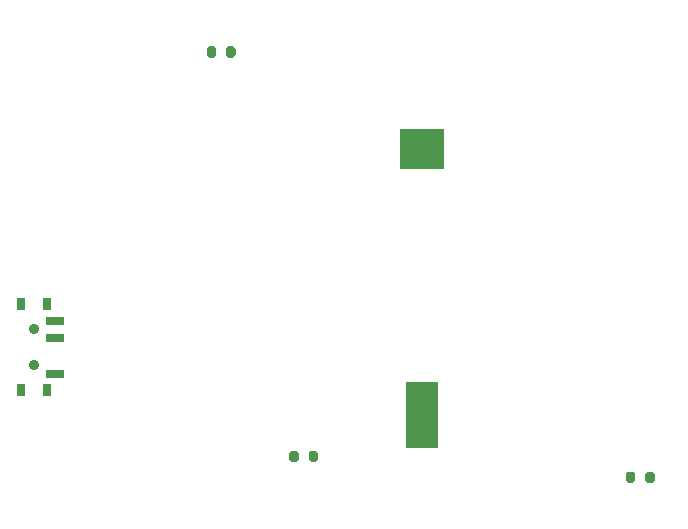
<source format=gbr>
%TF.GenerationSoftware,KiCad,Pcbnew,(5.1.10)-1*%
%TF.CreationDate,2021-10-20T07:51:27+02:00*%
%TF.ProjectId,TVZ_kuglica,54565a5f-6b75-4676-9c69-63612e6b6963,rev?*%
%TF.SameCoordinates,Original*%
%TF.FileFunction,Soldermask,Bot*%
%TF.FilePolarity,Negative*%
%FSLAX46Y46*%
G04 Gerber Fmt 4.6, Leading zero omitted, Abs format (unit mm)*
G04 Created by KiCad (PCBNEW (5.1.10)-1) date 2021-10-20 07:51:27*
%MOMM*%
%LPD*%
G01*
G04 APERTURE LIST*
%ADD10C,0.900000*%
%ADD11R,1.500000X0.700000*%
%ADD12R,0.800000X1.000000*%
%ADD13R,3.800000X3.500000*%
%ADD14R,2.800000X5.700000*%
G04 APERTURE END LIST*
D10*
%TO.C,SW1*%
X104170000Y-101250000D03*
X104170000Y-98250000D03*
D11*
X105930000Y-102000000D03*
X105930000Y-99000000D03*
X105930000Y-97500000D03*
D12*
X103070000Y-103400000D03*
X103070000Y-96100000D03*
X105280000Y-96100000D03*
X105280000Y-103400000D03*
%TD*%
D13*
%TO.C,BT1*%
X137000000Y-83000000D03*
D14*
X137000000Y-105500000D03*
%TD*%
%TO.C,R1*%
G36*
G01*
X118775000Y-75025000D02*
X118775000Y-74475000D01*
G75*
G02*
X118975000Y-74275000I200000J0D01*
G01*
X119375000Y-74275000D01*
G75*
G02*
X119575000Y-74475000I0J-200000D01*
G01*
X119575000Y-75025000D01*
G75*
G02*
X119375000Y-75225000I-200000J0D01*
G01*
X118975000Y-75225000D01*
G75*
G02*
X118775000Y-75025000I0J200000D01*
G01*
G37*
G36*
G01*
X120425000Y-75025000D02*
X120425000Y-74475000D01*
G75*
G02*
X120625000Y-74275000I200000J0D01*
G01*
X121025000Y-74275000D01*
G75*
G02*
X121225000Y-74475000I0J-200000D01*
G01*
X121225000Y-75025000D01*
G75*
G02*
X121025000Y-75225000I-200000J0D01*
G01*
X120625000Y-75225000D01*
G75*
G02*
X120425000Y-75025000I0J200000D01*
G01*
G37*
%TD*%
%TO.C,R2*%
G36*
G01*
X127425000Y-109275000D02*
X127425000Y-108725000D01*
G75*
G02*
X127625000Y-108525000I200000J0D01*
G01*
X128025000Y-108525000D01*
G75*
G02*
X128225000Y-108725000I0J-200000D01*
G01*
X128225000Y-109275000D01*
G75*
G02*
X128025000Y-109475000I-200000J0D01*
G01*
X127625000Y-109475000D01*
G75*
G02*
X127425000Y-109275000I0J200000D01*
G01*
G37*
G36*
G01*
X125775000Y-109275000D02*
X125775000Y-108725000D01*
G75*
G02*
X125975000Y-108525000I200000J0D01*
G01*
X126375000Y-108525000D01*
G75*
G02*
X126575000Y-108725000I0J-200000D01*
G01*
X126575000Y-109275000D01*
G75*
G02*
X126375000Y-109475000I-200000J0D01*
G01*
X125975000Y-109475000D01*
G75*
G02*
X125775000Y-109275000I0J200000D01*
G01*
G37*
%TD*%
%TO.C,R3*%
G36*
G01*
X154275000Y-111025000D02*
X154275000Y-110475000D01*
G75*
G02*
X154475000Y-110275000I200000J0D01*
G01*
X154875000Y-110275000D01*
G75*
G02*
X155075000Y-110475000I0J-200000D01*
G01*
X155075000Y-111025000D01*
G75*
G02*
X154875000Y-111225000I-200000J0D01*
G01*
X154475000Y-111225000D01*
G75*
G02*
X154275000Y-111025000I0J200000D01*
G01*
G37*
G36*
G01*
X155925000Y-111025000D02*
X155925000Y-110475000D01*
G75*
G02*
X156125000Y-110275000I200000J0D01*
G01*
X156525000Y-110275000D01*
G75*
G02*
X156725000Y-110475000I0J-200000D01*
G01*
X156725000Y-111025000D01*
G75*
G02*
X156525000Y-111225000I-200000J0D01*
G01*
X156125000Y-111225000D01*
G75*
G02*
X155925000Y-111025000I0J200000D01*
G01*
G37*
%TD*%
M02*

</source>
